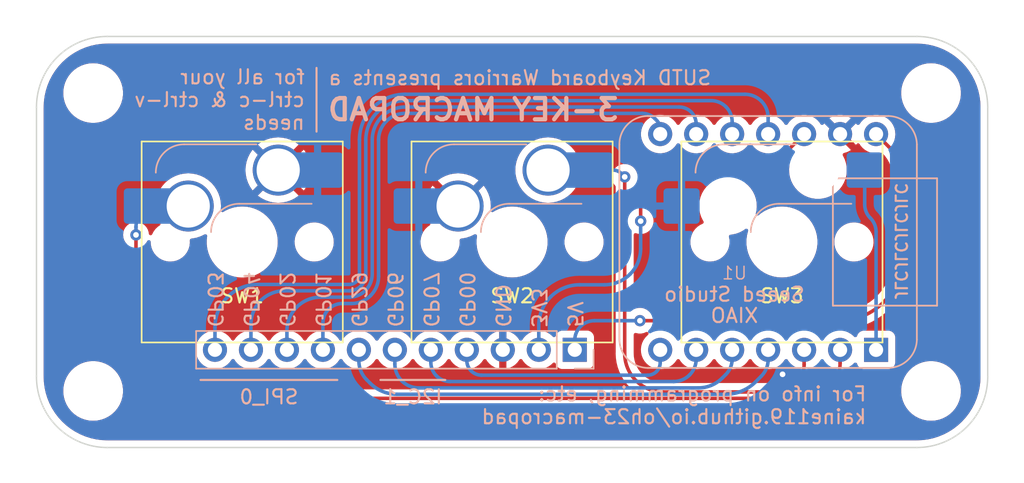
<source format=kicad_pcb>
(kicad_pcb (version 20211014) (generator pcbnew)
  (layers (0 "F.Cu" signal) (31 "B.Cu" signal) (34 "B.Paste" user) (35 "F.Paste" user) (36 "B.SilkS" user "B.Silkscreen") (37 "F.SilkS" user "F.Silkscreen") (38 "B.Mask" user) (39 "F.Mask" user) (44 "Edge.Cuts" user))
  (net 0 "")
  (net 1 "+5V")
  (net 2 "+3V3")
  (net 3 "/GP29_D03")
  (net 4 "/GP06_D04")
  (net 5 "/GP07_D05")
  (net 6 "/GP00_D06")
  (net 7 "/GP01_D07")
  (net 8 "/GP02_D08")
  (net 9 "/GP04_D09")
  (net 10 "/GP03_D10")
  (net 11 "Net-(SW2-Pad2)")
  (net 12 "Net-(SW3-Pad2)")
  (net 13 "GND")
  (net 14 "Net-(SW1-Pad1)")
  (footprint "Switch_Keyboard_Hotswap_Kailh:SW_Hotswap_Kailh_MX_1.00u" (layer "F.Cu") (at 118 92.75)
    (fp_text reference "SW3" (at 0 3.81) (layer "F.SilkS"))
    (fp_text value "SW_Push")
    (fp_line (start -0.2 -2.7) (end 4.9 -2.7) (layer "B.SilkS") (width 0.12))
    (fp_line (start -4.1 -6.9) (end 1 -6.9) (layer "B.SilkS") (width 0.12))
    (fp_arc (start -2.2 -0.7) (mid -1.614214 -2.114214) (end -0.2 -2.7) (layer "B.SilkS") (width 0.12))
    (fp_arc (start -6.1 -4.9) (mid -5.514214 -6.314214) (end -4.1 -6.9) (layer "B.SilkS") (width 0.12))
    (fp_line (start -7.1 -7.1) (end -7.1 7.1) (layer "F.SilkS") (width 0.12))
    (fp_line (start 7.1 -7.1) (end -7.1 -7.1) (layer "F.SilkS") (width 0.12))
    (fp_line (start -7.1 7.1) (end 7.1 7.1) (layer "F.SilkS") (width 0.12))
    (fp_line (start 7.1 7.1) (end 7.1 -7.1) (layer "F.SilkS") (width 0.12))
    (pad "" np_thru_hole circle locked (at -3.81 -2.54) (size 3.05 3.05) (drill 3.05) (layers *.Cu *.Mask))
    (pad "" np_thru_hole circle locked (at -5.08 0) (size 1.75 1.75) (drill 1.75) (layers *.Cu *.Mask))
    (pad "" np_thru_hole circle locked (at 2.54 -5.08) (size 3.05 3.05) (drill 3.05) (layers *.Cu *.Mask))
    (pad "" np_thru_hole circle locked (at 0 0) (size 4 4) (drill 4) (layers *.Cu *.Mask))
    (pad "" np_thru_hole circle locked (at 5.08 0) (size 1.75 1.75) (drill 1.75) (layers *.Cu *.Mask))
    (pad "1" smd roundrect locked (at -7.085 -2.54) (size 2.55 2.5) (layers "B.Cu" "B.Paste" "B.Mask") (roundrect_rratio 0.1) (net 13 "GND"))
    (pad "2" smd roundrect locked (at 5.842 -5.08) (size 2.55 2.5) (layers "B.Cu" "B.Paste" "B.Mask") (roundrect_rratio 0.1) (net 12 "Net-(SW3-Pad2)"))
  )
  (footprint "MountingHole:MountingHole_3.2mm_M3" (layer "F.Cu") (at 128.52595 103.275677)
    (fp_text reference "H2" hide)
    (fp_text value "MountingHole")
    (pad "" np_thru_hole circle (at 0 0) (size 3.2 3.2) (drill 3.2) (layers *.Cu *.Mask))
  )
  (footprint "Switch_Keyboard_Hotswap_Kailh:SW_Hotswap_Kailh_MX_plated_1.00u" (layer "F.Cu") (at 79.9 92.75)
    (fp_text reference "SW1" (at 0 3.81) (layer "F.SilkS"))
    (fp_text value "SW_Push")
    (fp_line (start -4.1 -6.9) (end 1 -6.9) (layer "B.SilkS") (width 0.12))
    (fp_line (start -0.2 -2.7) (end 4.9 -2.7) (layer "B.SilkS") (width 0.12))
    (fp_arc (start -6.1 -4.9) (mid -5.514214 -6.314214) (end -4.1 -6.9) (layer "B.SilkS") (width 0.12))
    (fp_arc (start -2.2 -0.7) (mid -1.614214 -2.114214) (end -0.2 -2.7) (layer "B.SilkS") (width 0.12))
    (fp_line (start 7.1 -7.1) (end -7.1 -7.1) (layer "F.SilkS") (width 0.12))
    (fp_line (start 7.1 7.1) (end 7.1 -7.1) (layer "F.SilkS") (width 0.12))
    (fp_line (start -7.1 -7.1) (end -7.1 7.1) (layer "F.SilkS") (width 0.12))
    (fp_line (start -7.1 7.1) (end 7.1 7.1) (layer "F.SilkS") (width 0.12))
    (pad "" np_thru_hole circle locked (at 0 0) (size 4 4) (drill 4) (layers *.Cu *.Mask))
    (pad "" np_thru_hole circle locked (at -5.08 0) (size 1.75 1.75) (drill 1.75) (layers *.Cu *.Mask))
    (pad "" np_thru_hole circle locked (at 5.08 0) (size 1.75 1.75) (drill 1.75) (layers *.Cu *.Mask))
    (pad "1" smd roundrect locked (at -6.585 -2.54) (size 3.55 2.5) (layers "B.Cu") (roundrect_rratio 0.1) (net 14 "Net-(SW1-Pad1)"))
    (pad "1" thru_hole circle locked (at -3.81 -2.54) (size 3.6 3.6) (drill 3.05) (layers *.Cu "B.Mask") (net 14 "Net-(SW1-Pad1)"))
    (pad "2" thru_hole circle locked (at 2.54 -5.08) (size 3.6 3.6) (drill 3.05) (layers *.Cu "B.Mask") (net 13 "GND"))
    (pad "2" smd roundrect locked (at 5.32 -5.08) (size 3.55 2.5) (layers "B.Cu") (roundrect_rratio 0.1) (net 13 "GND"))
  )
  (footprint "MountingHole:MountingHole_3.2mm_M3" (layer "F.Cu") (at 69.375735 103.275677)
    (fp_text reference "H4" hide)
    (fp_text value "MountingHole")
    (pad "" np_thru_hole circle (at 0 0) (size 3.2 3.2) (drill 3.2) (layers *.Cu *.Mask))
  )
  (footprint "MountingHole:MountingHole_3.2mm_M3" (layer "F.Cu") (at 69.375735 82.22567)
    (fp_text reference "H3" hide)
    (fp_text value "MountingHole")
    (pad "" np_thru_hole circle (at 0 0) (size 3.2 3.2) (drill 3.2) (layers *.Cu *.Mask))
  )
  (footprint "MountingHole:MountingHole_3.2mm_M3" (layer "F.Cu") (at 128.52595 82.22567)
    (fp_text reference "H1" hide)
    (fp_text value "MountingHole")
    (pad "" np_thru_hole circle (at 0 0) (size 3.2 3.2) (drill 3.2) (layers *.Cu *.Mask))
  )
  (footprint "Switch_Keyboard_Hotswap_Kailh:SW_Hotswap_Kailh_MX_plated_1.00u" (layer "F.Cu") (at 98.95 92.75)
    (fp_text reference "SW2" (at 0 3.81) (layer "F.SilkS"))
    (fp_text value "SW_Push")
    (fp_line (start -0.2 -2.7) (end 4.9 -2.7) (layer "B.SilkS") (width 0.12))
    (fp_line (start -4.1 -6.9) (end 1 -6.9) (layer "B.SilkS") (width 0.12))
    (fp_arc (start -6.1 -4.9) (mid -5.514214 -6.314214) (end -4.1 -6.9) (layer "B.SilkS") (width 0.12))
    (fp_arc (start -2.2 -0.7) (mid -1.614214 -2.114214) (end -0.2 -2.7) (layer "B.SilkS") (width 0.12))
    (fp_line (start -7.1 -7.1) (end -7.1 7.1) (layer "F.SilkS") (width 0.12))
    (fp_line (start 7.1 7.1) (end 7.1 -7.1) (layer "F.SilkS") (width 0.12))
    (fp_line (start 7.1 -7.1) (end -7.1 -7.1) (layer "F.SilkS") (width 0.12))
    (fp_line (start -7.1 7.1) (end 7.1 7.1) (layer "F.SilkS") (width 0.12))
    (pad "" np_thru_hole circle locked (at 5.08 0) (size 1.75 1.75) (drill 1.75) (layers *.Cu *.Mask))
    (pad "" np_thru_hole circle locked (at -5.08 0) (size 1.75 1.75) (drill 1.75) (layers *.Cu *.Mask))
    (pad "" np_thru_hole circle locked (at 0 0) (size 4 4) (drill 4) (layers *.Cu *.Mask))
    (pad "1" smd roundrect locked (at -6.585 -2.54) (size 3.55 2.5) (layers "B.Cu") (roundrect_rratio 0.1) (net 13 "GND"))
    (pad "1" thru_hole circle locked (at -3.81 -2.54) (size 3.6 3.6) (drill 3.05) (layers *.Cu "B.Mask") (net 13 "GND"))
    (pad "2" smd roundrect locked (at 5.32 -5.08) (size 3.55 2.5) (layers "B.Cu") (roundrect_rratio 0.1) (net 11 "Net-(SW2-Pad2)"))
    (pad "2" thru_hole circle locked (at 2.54 -5.08) (size 3.6 3.6) (drill 3.05) (layers *.Cu "B.Mask") (net 11 "Net-(SW2-Pad2)"))
  )
  (footprint "Seeed Studio XIAO Series Library:XIAO-Generic-Thruhole-14P-2.54-21X17.8MM" (layer "B.Cu") (at 117.02595 92.75 90)
    (fp_text reference "U1" (at -2.2 -2.38095) (layer "B.SilkS") (effects (font (size 0.889 0.889) (thickness 0.1016)) (justify mirror)))
    (fp_text value "MOUDLE-SEEEDUINO-XIAO" hide)
    (fp_text user "XIAO" (at -5.2 -2.38095 unlocked) (layer "B.SilkS") (effects (justify mirror)))
    (fp_text user "Seeed Studio" (at -3.7 -2.38095 unlocked) (layer "B.SilkS") (effects (justify mirror)))
    (fp_line (start 6.9 10.49909) (end -6.9 10.49909) (layer "B.SilkS") (width 0.127))
    (fp_line (start 4.5 4.57073) (end -4.5 4.57073) (layer "B.SilkS") (width 0.127))
    (fp_line (start 8.9 -8.5) (end 8.9 8.5) (layer "B.SilkS") (width 0.127))
    (fp_line (start -6.9 -10.5) (end 6.9 -10.5) (layer "B.SilkS") (width 0.127))
    (fp_line (start -8.9 8.5) (end -8.9 -8.5) (layer "B.SilkS") (width 0.127))
    (fp_line (start -4.5 11.92403) (end 4.5 11.92403) (layer "B.SilkS") (width 0.127))
    (fp_line (start 4.5 11.92403) (end 4.5 4.57073) (layer "B.SilkS") (width 0.127))
    (fp_line (start -4.5 4.57073) (end -4.5 11.92403) (layer "B.SilkS") (width 0.127))
    (fp_arc (start -8.9 -8.5) (mid -8.301423 -9.901423) (end -6.9 -10.5) (layer "B.SilkS") (width 0.12))
    (fp_arc (start 6.9 -10.5) (mid 8.314214 -9.914214) (end 8.9 -8.5) (layer "B.SilkS") (width 0.12))
    (fp_arc (start 8.9 8.5) (mid 8.301492 9.901492) (end 6.9 10.5) (layer "B.SilkS") (width 0.12))
    (fp_arc (start -6.9 10.5) (mid -8.301491 9.901491) (end -8.9 8.5) (layer "B.SilkS") (width 0.12))
    (fp_poly (pts (xy -8.887715 8.561705) (xy -8.884667 8.610473) (xy -8.880603 8.659494)) (layer "B.SilkS") (width 0.0254) (fill none))
    (fp_poly (pts (xy 8.889492 -8.521574) (xy 8.887713 -8.57085) (xy 8.884665 -8.619618) (xy 8.880601 -8.668639) (xy 8.875268 -8.717407) (xy 8.868664 -8.766175) (xy 8.861044 -8.81469) (xy 8.852153 -8.86295) (xy 8.842248 -8.910955)) (layer "B.SilkS") (width 0.0254) (fill none))
    (pad "1" thru_hole rect (at -7.625 7.62 90) (size 1.7 1.7) (drill 1) (layers *.Cu *.Mask) (net 12 "Net-(SW3-Pad2)"))
    (pad "2" thru_hole circle (at -7.625 5.08 90) (size 1.7 1.7) (drill 1) (layers *.Cu *.Mask) (net 14 "Net-(SW1-Pad1)"))
    (pad "3" thru_hole circle (at -7.625 2.54 90) (size 1.7 1.7) (drill 1) (layers *.Cu *.Mask) (net 11 "Net-(SW2-Pad2)"))
    (pad "4" thru_hole circle (at -7.625 0 90) (size 1.7 1.7) (drill 1) (layers *.Cu *.Mask) (net 3 "/GP29_D03"))
    (pad "5" thru_hole circle (at -7.625 -2.54 90) (size 1.7 1.7) (drill 1) (layers *.Cu *.Mask) (net 4 "/GP06_D04"))
    (pad "6" thru_hole circle (at -7.625 -5.08 270) (size 1.7 1.7) (drill 1) (layers *.Cu *.Mask) (net 5 "/GP07_D05"))
    (pad "7" thru_hole circle (at -7.625 -7.62 90) (size 1.7 1.7) (drill 1) (layers *.Cu *.Mask) (net 6 "/GP00_D06"))
    (pad "8" thru_hole circle (at 7.625 -7.62 90) (size 1.7 1.7) (drill 1) (layers *.Cu *.Mask) (net 7 "/GP01_D07"))
    (pad "9" thru_hole circle (at 7.625 -5.08 90) (size 1.7 1.7) (drill 1) (layers *.Cu *.Mask) (net 8 "/GP02_D08"))
    (pad "10" thru_hole circle (at 7.625 -2.54 90) (size 1.7 1.7) (drill 1) (layers *.Cu *.Mask) (net 9 "/GP04_D09"))
    (pad "11" thru_hole circle (at 7.625 0 90) (size 1.7 1.7) (drill 1) (layers *.Cu *.Mask) (net 10 "/GP03_D10"))
    (pad "12" thru_hole circle (at 7.625 2.54 90) (size 1.7 1.7) (drill 1) (layers *.Cu *.Mask) (net 2 "+3V3"))
    (pad "13" thru_hole circle (at 7.625 5.08 90) (size 1.7 1.7) (drill 1) (layers *.Cu *.Mask) (net 13 "GND"))
    (pad "14" thru_hole circle (at 7.625 7.62 90) (size 1.7 1.7) (drill 1) (layers *.Cu *.Mask) (net 1 "+5V"))
  )
  (footprint "Connector_PinHeader_2.54mm:PinHeader_1x11_P2.54mm_Vertical" (layer "B.Cu") (at 103.375 100.37 90)
    (fp_text reference "J1" hide)
    (fp_text value "Conn_01x11")
    (fp_line (start -1.33 1.33) (end 0 1.33) (layer "B.SilkS") (width 0.12))
    (fp_line (start -1.33 -26.73) (end 1.33 -26.73) (layer "B.SilkS") (width 0.12))
    (fp_line (start -1.33 0) (end -1.33 1.33) (layer "B.SilkS") (width 0.12))
    (fp_line (start 1.33 -1.27) (end 1.33 -26.73) (layer "B.SilkS") (width 0.12))
    (fp_line (start -1.33 -1.27) (end 1.33 -1.27) (layer "B.SilkS") (width 0.12))
    (fp_line (start -1.33 -1.27) (end -1.33 -26.73) (layer "B.SilkS") (width 0.12))
    (pad "1" thru_hole rect (at 0 0 90) (size 1.7 1.7) (drill 1) (layers *.Cu *.Mask) (net 1 "+5V"))
    (pad "2" thru_hole oval (at 0 -2.54 90) (size 1.7 1.7) (drill 1) (layers *.Cu *.Mask) (net 2 "+3V3"))
    (pad "3" thru_hole oval (at 0 -5.08 90) (size 1.7 1.7) (drill 1) (layers *.Cu *.Mask) (net 13 "GND"))
    (pad "4" thru_hole oval (at 0 -7.62 90) (size 1.7 1.7) (drill 1) (layers *.Cu *.Mask) (net 6 "/GP00_D06"))
    (pad "5" thru_hole oval (at 0 -10.16 90) (size 1.7 1.7) (drill 1) (layers *.Cu *.Mask) (net 5 "/GP07_D05"))
    (pad "6" thru_hole oval (at 0 -12.7 90) (size 1.7 1.7) (drill 1) (layers *.Cu *.Mask) (net 4 "/GP06_D04"))
    (pad "7" thru_hole oval (at 0 -15.24 90) (size 1.7 1.7) (drill 1) (layers *.Cu *.Mask) (net 3 "/GP29_D03"))
    (pad "8" thru_hole oval (at 0 -17.78 90) (size 1.7 1.7) (drill 1) (layers *.Cu *.Mask) (net 7 "/GP01_D07"))
    (pad "9" thru_hole oval (at 0 -20.32 90) (size 1.7 1.7) (drill 1) (layers *.Cu *.Mask) (net 8 "/GP02_D08"))
    (pad "10" thru_hole oval (at 0 -22.86 90) (size 1.7 1.7) (drill 1) (layers *.Cu *.Mask) (net 9 "/GP04_D09"))
    (pad "11" thru_hole oval (at 0 -25.4 90) (size 1.7 1.7) (drill 1) (layers *.Cu *.Mask) (net 10 "/GP03_D10"))
  )
  (gr_line (start 94.231 102.5) (end 89.659 102.5) (layer "B.SilkS") (width 0.15))
  (gr_line (start 85.145 80.45) (end 85.145 84.95) (layer "B.SilkS") (width 0.15))
  (gr_line (start 86.611 102.5) (end 76.959 102.5) (layer "B.SilkS") (width 0.15))
  (gr_arc (start 132.525 102.275) (mid 131.060534 105.810534) (end 127.525 107.275) (layer "Edge.Cuts") (width 0.1))
  (gr_line (start 132.525 83.225) (end 132.525 102.275) (layer "Edge.Cuts") (width 0.1))
  (gr_line (start 65.37525 102.225002) (end 65.375 83.225) (layer "Edge.Cuts") (width 0.1))
  (gr_arc (start 70.375 107.275) (mid 66.821833 105.792813) (end 65.37525 102.225002) (layer "Edge.Cuts") (width 0.1))
  (gr_arc (start 127.525 78.225) (mid 131.060534 79.689466) (end 132.525 83.225) (layer "Edge.Cuts") (width 0.1))
  (gr_arc (start 65.375 83.225) (mid 66.839466 79.689466) (end 70.375 78.225) (layer "Edge.Cuts") (width 0.1))
  (gr_line (start 70.375 78.225) (end 127.525 78.225) (layer "Edge.Cuts") (width 0.1))
  (gr_line (start 127.525 107.275) (end 70.375 107.275) (layer "Edge.Cuts") (width 0.1))
  (gr_text "GP02" (at 83.055 98.87 270) (layer "B.SilkS") (effects (font (size 1 1)) (justify left mirror)))
  (gr_text "for all your \nctrl-c & ctrl-v\nneeds" (at 84.395 82.7) (layer "B.SilkS") (effects (font (size 1 1)) (justify left mirror)))
  (gr_text "GP06" (at 90.675 98.87 270) (layer "B.SilkS") (effects (font (size 1 1)) (justify left mirror)))
  (gr_text "GP00" (at 95.755 98.87 270) (layer "B.SilkS") (effects (font (size 1 1)) (justify left mirror)))
  (gr_text "JLCJLCJLCJLC" (at 126.395 92.7 -90) (layer "B.SilkS") (effects (font (size 0.8 0.8)) (justify mirror)))
  (gr_text "SPI_0" (at 81.785 103.7) (layer "B.SilkS") (effects (font (size 1 1)) (justify mirror)))
  (gr_text "5V" (at 103.375 98.87 270) (layer "B.SilkS") (effects (font (size 1 1)) (justify left mirror)))
  (gr_text "GP03" (at 77.975 98.87 270) (layer "B.SilkS") (effects (font (size 1 1)) (justify left mirror)))
  (gr_text "GP01" (at 85.595 98.87 270) (layer "B.SilkS") (effects (font (size 1 1)) (justify left mirror)))
  (gr_text "GP07" (at 93.215 98.87 270) (layer "B.SilkS") (effects (font (size 1 1)) (justify left mirror)))
  (gr_text "GP04" (at 80.515 98.87 270) (layer "B.SilkS") (effects (font (size 1 1)) (justify left mirror)))
  (gr_text "I2C_1" (at 91.945 103.7) (layer "B.SilkS") (effects (font (size 1 1)) (justify mirror)))
  (gr_text "3V3" (at 100.835 98.87 270) (layer "B.SilkS") (effects (font (size 1 1)) (justify left mirror)))
  (gr_text "GND" (at 98.295 98.87 270) (layer "B.SilkS") (effects (font (size 1 1)) (justify left mirror)))
  (gr_text "For info on programming, etc: \nkaine119.github.io/oh23-macropad" (at 124.045 104.3) (layer "B.SilkS") (effects (font (size 1 1)) (justify left mirror)))
  (gr_text "3-KEY MACROPAD" (at 85.795 83.4) (layer "B.SilkS") (effects (font (size 1.5 1.5) (thickness 0.3)) (justify right mirror)))
  (gr_text "SUTD Keyboard Warriors presents a" (at 85.895 81.15) (layer "B.SilkS") (effects (font (size 1 1)) (justify right mirror)))
  (gr_text "GP29" (at 88.135 98.87 270) (layer "B.SilkS") (effects (font (size 1 1)) (justify left mirror)))
  (segment (start 125.54845 86.0275) (end 124.64595 85.125) (width 0.25) (layer "F.Cu") (net 1))
  (segment (start 126.45095 93.89677) (end 126.45095 88.206327) (width 0.25) (layer "F.Cu") (net 1))
  (segment (start 107.975 98.312142) (end 122.035578 98.312142) (width 0.25) (layer "F.Cu") (net 1))
  (via (at 107.975 98.312142) (size 0.8) (drill 0.4) (layers "F.Cu" "B.Cu") (net 1))
  (arc (start 126.45095 93.89677) (mid 126.114849 95.586459) (end 125.157717 97.018909) (width 0.25) (layer "F.Cu") (net 1))
  (arc (start 125.157717 97.018909) (mid 123.725267 97.976041) (end 122.035578 98.312142) (width 0.25) (layer "F.Cu") (net 1))
  (arc (start 126.45095 88.206327) (mid 126.216397 87.027154) (end 125.54845 86.0275) (width 0.25) (layer "F.Cu") (net 1))
  (segment (start 107.975 98.312142) (end 104.762635 98.312142) (width 0.25) (layer "B.Cu") (net 1))
  (segment (start 103.375 99.699777) (end 103.375 100.37) (width 0.25) (layer "B.Cu") (net 1))
  (arc (start 103.781429 98.718571) (mid 103.480627 99.168752) (end 103.375 99.699777) (width 0.25) (layer "B.Cu") (net 1))
  (arc (start 103.781429 98.718571) (mid 104.23161 98.417769) (end 104.762635 98.312142) (width 0.25) (layer "B.Cu") (net 1))
  (segment (start 118.240611 86.450338) (end 119.56595 85.125) (width 0.25) (layer "F.Cu") (net 2))
  (segment (start 109.733056 87.775677) (end 115.040961 87.775677) (width 0.25) (layer "F.Cu") (net 2))
  (segment (start 108.02595 89.482783) (end 108.02595 91.275677) (width 0.25) (layer "F.Cu") (net 2))
  (via (at 108.02595 91.275677) (size 0.8) (drill 0.4) (layers "F.Cu" "B.Cu") (net 2))
  (arc (start 108.52595 88.275677) (mid 108.155895 88.829502) (end 108.02595 89.482783) (width 0.25) (layer "F.Cu") (net 2))
  (arc (start 108.52595 88.275677) (mid 109.079775 87.905622) (end 109.733056 87.775677) (width 0.25) (layer "F.Cu") (net 2))
  (arc (start 118.240611 86.450338) (mid 116.772599 87.431232) (end 115.040961 87.775677) (width 0.25) (layer "F.Cu") (net 2))
  (segment (start 108.02595 91.275677) (end 108.02595 93.215016) (width 0.25) (layer "B.Cu") (net 2))
  (segment (start 100.835 98.662309) (end 100.835 100.37) (width 0.25) (layer "B.Cu") (net 2))
  (segment (start 103.721632 95.775677) (end 105.465289 95.775677) (width 0.25) (layer "B.Cu") (net 2))
  (arc (start 107.27595 95.025677) (mid 107.831031 94.194938) (end 108.02595 93.215016) (width 0.25) (layer "B.Cu") (net 2))
  (arc (start 103.721632 95.775677) (mid 102.616965 95.995408) (end 101.680475 96.621152) (width 0.25) (layer "B.Cu") (net 2))
  (arc (start 100.835 98.662309) (mid 101.054731 97.557642) (end 101.680475 96.621152) (width 0.25) (layer "B.Cu") (net 2))
  (arc (start 107.27595 95.025677) (mid 106.445211 95.580758) (end 105.465289 95.775677) (width 0.25) (layer "B.Cu") (net 2))
  (segment (start 88.135 101.1525) (end 88.135 100.37) (width 0.25) (layer "B.Cu") (net 3))
  (segment (start 88.923571 102.723571) (end 88.688311 102.488311) (width 0.25) (layer "B.Cu") (net 3))
  (segment (start 117.02595 101.061803) (end 117.02595 100.375) (width 0.25) (layer "B.Cu") (net 3))
  (segment (start 90.827349 103.512142) (end 114.015407 103.512142) (width 0.25) (layer "B.Cu") (net 3))
  (segment (start 116.540306 102.23425) (end 116.144182 102.630374) (width 0.25) (layer "B.Cu") (net 3))
  (arc (start 90.827349 103.512142) (mid 89.797031 103.307199) (end 88.923571 102.723571) (width 0.25) (layer "B.Cu") (net 3))
  (arc (start 116.144182 102.630374) (mid 115.167491 103.282977) (end 114.015407 103.512142) (width 0.25) (layer "B.Cu") (net 3))
  (arc (start 88.135 101.1525) (mid 88.2788 101.875435) (end 88.688311 102.488311) (width 0.25) (layer "B.Cu") (net 3))
  (arc (start 116.540306 102.23425) (mid 116.899735 101.696326) (end 117.02595 101.061803) (width 0.25) (layer "B.Cu") (net 3))
  (segment (start 114.48595 101.020338) (end 114.48595 100.375) (width 0.25) (layer "B.Cu") (net 4))
  (segment (start 113.787717 102.363909) (end 114.029626 102.121999) (width 0.25) (layer "B.Cu") (net 4))
  (segment (start 90.675 101.376985) (end 90.675 100.37) (width 0.25) (layer "B.Cu") (net 4))
  (segment (start 92.360156 103.062142) (end 112.102035 103.062142) (width 0.25) (layer "B.Cu") (net 4))
  (arc (start 113.787717 102.363909) (mid 113.014319 102.880677) (end 112.102035 103.062142) (width 0.25) (layer "B.Cu") (net 4))
  (arc (start 91.168571 102.568571) (mid 91.715275 102.933867) (end 92.360156 103.062142) (width 0.25) (layer "B.Cu") (net 4))
  (arc (start 114.48595 101.020338) (mid 114.367355 101.616553) (end 114.029626 102.121999) (width 0.25) (layer "B.Cu") (net 4))
  (arc (start 91.168571 102.568571) (mid 90.803274 102.021866) (end 90.675 101.376985) (width 0.25) (layer "B.Cu") (net 4))
  (segment (start 111.94595 101.026803) (end 111.94595 100.375) (width 0.25) (layer "B.Cu") (net 5))
  (segment (start 111.485055 102.139501) (end 111.479182 102.145374) (width 0.25) (layer "B.Cu") (net 5))
  (segment (start 110.352306 102.612142) (end 94.575806 102.612142) (width 0.25) (layer "B.Cu") (net 5))
  (segment (start 93.215 101.251335) (end 93.215 100.37) (width 0.25) (layer "B.Cu") (net 5))
  (arc (start 93.613571 102.213571) (mid 93.318585 101.772093) (end 93.215 101.251335) (width 0.25) (layer "B.Cu") (net 5))
  (arc (start 111.479182 102.145374) (mid 110.962167 102.490832) (end 110.352306 102.612142) (width 0.25) (layer "B.Cu") (net 5))
  (arc (start 111.485055 102.139501) (mid 111.826167 101.628991) (end 111.94595 101.026803) (width 0.25) (layer "B.Cu") (net 5))
  (arc (start 93.613571 102.213571) (mid 94.055048 102.508556) (end 94.575806 102.612142) (width 0.25) (layer "B.Cu") (net 5))
  (segment (start 109.40595 101.276947) (end 109.40595 100.375) (width 0.25) (layer "B.Cu") (net 6))
  (segment (start 95.755 101.125685) (end 95.755 100.37) (width 0.25) (layer "B.Cu") (net 6))
  (segment (start 96.791456 102.162142) (end 108.520755 102.162142) (width 0.25) (layer "B.Cu") (net 6))
  (arc (start 109.146682 101.902874) (mid 108.859504 102.09476) (end 108.520755 102.162142) (width 0.25) (layer "B.Cu") (net 6))
  (arc (start 96.058571 101.858571) (mid 96.394821 102.083246) (end 96.791456 102.162142) (width 0.25) (layer "B.Cu") (net 6))
  (arc (start 109.146682 101.902874) (mid 109.338568 101.615696) (end 109.40595 101.276947) (width 0.25) (layer "B.Cu") (net 6))
  (arc (start 96.058571 101.858571) (mid 95.833895 101.52232) (end 95.755 101.125685) (width 0.25) (layer "B.Cu") (net 6))
  (segment (start 87.604504 97.1) (end 86.96922 97.1) (width 0.25) (layer "B.Cu") (net 7))
  (segment (start 85.595 98.47422) (end 85.595 100.37) (width 0.25) (layer "B.Cu") (net 7))
  (segment (start 109.40595 84.765338) (end 109.40595 85.125) (width 0.25) (layer "B.Cu") (net 7))
  (segment (start 108.136656 83.662142) (end 91.402817 83.662142) (width 0.25) (layer "B.Cu") (net 7))
  (segment (start 109.034182 84.033909) (end 109.15163 84.151357) (width 0.25) (layer "B.Cu") (net 7))
  (segment (start 89.525 95.179504) (end 89.525 85.539959) (width 0.25) (layer "B.Cu") (net 7))
  (arc (start 87.604504 97.1) (mid 88.339446 96.953811) (end 88.9625 96.5375) (width 0.25) (layer "B.Cu") (net 7))
  (arc (start 90.075 84.212142) (mid 90.684207 83.805082) (end 91.402817 83.662142) (width 0.25) (layer "B.Cu") (net 7))
  (arc (start 85.595 98.47422) (mid 85.699606 97.948329) (end 85.9975 97.5025) (width 0.25) (layer "B.Cu") (net 7))
  (arc (start 109.40595 84.765338) (mid 109.339854 84.433054) (end 109.15163 84.151357) (width 0.25) (layer "B.Cu") (net 7))
  (arc (start 109.034182 84.033909) (mid 108.622393 83.758761) (end 108.136656 83.662142) (width 0.25) (layer "B.Cu") (net 7))
  (arc (start 90.075 84.212142) (mid 89.66794 84.821349) (end 89.525 85.539959) (width 0.25) (layer "B.Cu") (net 7))
  (arc (start 86.96922 97.1) (mid 86.443329 97.204606) (end 85.9975 97.5025) (width 0.25) (layer "B.Cu") (net 7))
  (arc (start 89.525 95.179504) (mid 89.378811 95.914446) (end 88.9625 96.5375) (width 0.25) (layer "B.Cu") (net 7))
  (segment (start 111.94595 84.418153) (end 111.94595 85.125) (width 0.25) (layer "B.Cu") (net 8))
  (segment (start 110.739938 83.212142) (end 91.402817 83.212142) (width 0.25) (layer "B.Cu") (net 8))
  (segment (start 87.449479 96.65) (end 85.436413 96.65) (width 0.25) (layer "B.Cu") (net 8))
  (segment (start 89.075 85.539959) (end 89.075 95.024479) (width 0.25) (layer "B.Cu") (net 8))
  (segment (start 83.055 99.031413) (end 83.055 100.37) (width 0.25) (layer "B.Cu") (net 8))
  (arc (start 111.592717 83.565374) (mid 111.201458 83.303944) (end 110.739938 83.212142) (width 0.25) (layer "B.Cu") (net 8))
  (arc (start 88.598896 96.173896) (mid 88.951264 95.646539) (end 89.075 95.024479) (width 0.25) (layer "B.Cu") (net 8))
  (arc (start 89.075 85.539959) (mid 89.252194 84.649142) (end 89.756802 83.893944) (width 0.25) (layer "B.Cu") (net 8))
  (arc (start 88.598896 96.173896) (mid 88.071539 96.526264) (end 87.449479 96.65) (width 0.25) (layer "B.Cu") (net 8))
  (arc (start 91.402817 83.212142) (mid 90.512 83.389336) (end 89.756802 83.893944) (width 0.25) (layer "B.Cu") (net 8))
  (arc (start 85.436413 96.65) (mid 84.525086 96.831274) (end 83.7525 97.3475) (width 0.25) (layer "B.Cu") (net 8))
  (arc (start 111.592717 83.565374) (mid 111.854147 83.956632) (end 111.94595 84.418153) (width 0.25) (layer "B.Cu") (net 8))
  (arc (start 83.055 99.031413) (mid 83.236274 98.120086) (end 83.7525 97.3475) (width 0.25) (layer "B.Cu") (net 8))
  (segment (start 114.48595 84.253359) (end 114.48595 85.125) (width 0.25) (layer "B.Cu") (net 9))
  (segment (start 87.449479 96.2) (end 82.879342 96.2) (width 0.25) (layer "B.Cu") (net 9))
  (segment (start 112.994732 82.762142) (end 91.402817 82.762142) (width 0.25) (layer "B.Cu") (net 9))
  (segment (start 88.625 95.024479) (end 88.625 85.539959) (width 0.25) (layer "B.Cu") (net 9))
  (segment (start 80.515 98.564342) (end 80.515 100.37) (width 0.25) (layer "B.Cu") (net 9))
  (arc (start 114.049182 83.198909) (mid 114.372437 83.682695) (end 114.48595 84.253359) (width 0.25) (layer "B.Cu") (net 9))
  (arc (start 89.438604 83.575746) (mid 90.339792 82.97359) (end 91.402817 82.762142) (width 0.25) (layer "B.Cu") (net 9))
  (arc (start 112.994732 82.762142) (mid 113.565396 82.875654) (end 114.049182 83.198909) (width 0.25) (layer "B.Cu") (net 9))
  (arc (start 89.438604 83.575746) (mid 88.836448 84.476934) (end 88.625 85.539959) (width 0.25) (layer "B.Cu") (net 9))
  (arc (start 81.2075 96.8925) (mid 81.974547 96.379974) (end 82.879342 96.2) (width 0.25) (layer "B.Cu") (net 9))
  (arc (start 87.449479 96.2) (mid 87.899331 96.110518) (end 88.280698 95.855698) (width 0.25) (layer "B.Cu") (net 9))
  (arc (start 81.2075 96.8925) (mid 80.694974 97.659547) (end 80.515 98.564342) (width 0.25) (layer "B.Cu") (net 9))
  (arc (start 88.625 95.024479) (mid 88.535518 95.474331) (end 88.280698 95.855698) (width 0.25) (layer "B.Cu") (net 9))
  (segment (start 88.175 85.539959) (end 88.175 95.024479) (width 0.25) (layer "B.Cu") (net 10))
  (segment (start 77.975 98.780114) (end 77.975 100.37) (width 0.25) (layer "B.Cu") (net 10))
  (segment (start 115.381092 82.312142) (end 93.175 82.312142) (width 0.25) (layer "B.Cu") (net 10))
  (segment (start 117.02595 83.956999) (end 117.02595 85.125) (width 0.25) (layer "B.Cu") (net 10))
  (segment (start 81.005114 95.75) (end 87.449479 95.75) (width 0.25) (layer "B.Cu") (net 10))
  (segment (start 91.402817 82.312142) (end 93.775 82.312142) (width 0.25) (layer "B.Cu") (net 10))
  (arc (start 117.02595 83.956999) (mid 116.900742 83.327539) (end 116.544182 82.793909) (width 0.25) (layer "B.Cu") (net 10))
  (arc (start 116.544182 82.793909) (mid 116.010552 82.437349) (end 115.381092 82.312142) (width 0.25) (layer "B.Cu") (net 10))
  (arc (start 81.005114 95.75) (mid 79.845539 95.980653) (end 78.8625 96.6375) (width 0.25) (layer "B.Cu") (net 10))
  (arc (start 91.402817 82.312142) (mid 90.167585 82.557845) (end 89.120406 83.257548) (width 0.25) (layer "B.Cu") (net 10))
  (arc (start 89.120406 83.257548) (mid 88.420703 84.304727) (end 88.175 85.539959) (width 0.25) (layer "B.Cu") (net 10))
  (arc (start 88.175 95.024479) (mid 88.119773 95.302124) (end 87.9625 95.5375) (width 0.25) (layer "B.Cu") (net 10))
  (arc (start 77.975 98.780114) (mid 78.205653 97.620539) (end 78.8625 96.6375) (width 0.25) (layer "B.Cu") (net 10))
  (arc (start 87.449479 95.75) (mid 87.727124 95.694773) (end 87.9625 95.5375) (width 0.25) (layer "B.Cu") (net 10))
  (segment (start 106.9 88.15) (end 106.9 100.618629) (width 0.25) (layer "F.Cu") (net 11))
  (segment (start 119.56595 101.405053) (end 119.56595 100.375) (width 0.25) (layer "F.Cu") (net 11))
  (segment (start 117.621003 103.35) (end 109.63137 103.35) (width 0.25) (layer "F.Cu") (net 11))
  (via (at 106.9 88.15) (size 0.8) (drill 0.4) (layers "F.Cu" "B.Cu") (net 11))
  (arc (start 117.621003 103.35) (mid 118.365302 103.201949) (end 118.996288 102.780338) (width 0.25) (layer "F.Cu") (net 11))
  (arc (start 109.63137 103.35) (mid 108.58612 103.142086) (end 107.7 102.55) (width 0.25) (layer "F.Cu") (net 11))
  (arc (start 118.996288 102.780338) (mid 119.417899 102.149352) (end 119.56595 101.405053) (width 0.25) (layer "F.Cu") (net 11))
  (arc (start 107.7 102.55) (mid 107.107913 101.663879) (end 106.9 100.618629) (width 0.25) (layer "F.Cu") (net 11))
  (segment (start 106.66 87.91) (end 106.9 88.15) (width 0.25) (layer "B.Cu") (net 11))
  (segment (start 106.080588 87.67) (end 104.27 87.67) (width 0.25) (layer "B.Cu") (net 11))
  (arc (start 106.66 87.91) (mid 106.394163 87.732373) (end 106.080588 87.67) (width 0.25) (layer "B.Cu") (net 11))
  (segment (start 124.64595 92.033663) (end 124.64595 100.375) (width 0.25) (layer "B.Cu") (net 12))
  (segment (start 123.842 90.092756) (end 123.842 87.67) (width 0.25) (layer "B.Cu") (net 12))
  (arc (start 124.243975 91.06321) (mid 124.54148 91.508457) (end 124.64595 92.033663) (width 0.25) (layer "B.Cu") (net 12))
  (arc (start 123.842 90.092756) (mid 123.946469 90.617962) (end 124.243975 91.06321) (width 0.25) (layer "B.Cu") (net 12))
  (via (at 118.045 102.1) (size 0.8) (drill 0.4) (layers "F.Cu" "B.Cu") (net 13))
  (segment (start 121.328788 103.022838) (end 121.444565 102.90706) (width 0.25) (layer "F.Cu") (net 14))
  (segment (start 72.4 92.25) (end 72.4 97.728269) (width 0.25) (layer "F.Cu") (net 14))
  (segment (start 74.623974 102.206207) (end 73.993792 101.576025) (width 0.25) (layer "F.Cu") (net 14))
  (segment (start 122.10595 101.310338) (end 122.10595 100.375) (width 0.25) (layer "F.Cu") (net 14))
  (segment (start 78.47173 103.8) (end 119.452554 103.8) (width 0.25) (layer "F.Cu") (net 14))
  (via (at 72.4 92.25) (size 0.8) (drill 0.4) (layers "F.Cu" "B.Cu") (net 14))
  (arc (start 78.47173 103.8) (mid 76.389339 103.385786) (end 74.623974 102.206207) (width 0.25) (layer "F.Cu") (net 14))
  (arc (start 121.444565 102.90706) (mid 121.934061 102.174478) (end 122.10595 101.310338) (width 0.25) (layer "F.Cu") (net 14))
  (arc (start 72.4 97.728269) (mid 72.814213 99.810659) (end 73.993792 101.576025) (width 0.25) (layer "F.Cu") (net 14))
  (arc (start 121.328788 103.022838) (mid 120.467964 103.598022) (end 119.452554 103.8) (width 0.25) (layer "F.Cu") (net 14))
  (segment (start 72.4 91.6875) (end 72.4 92.25) (width 0.25) (layer "B.Cu") (net 14))
  (segment (start 72.797747 90.727252) (end 73.315 90.21) (width 0.25) (layer "B.Cu") (net 14))
  (arc (start 72.797747 90.727252) (mid 72.503371 91.167817) (end 72.4 91.6875) (width 0.25) (layer "B.Cu") (net 14))
  (zone (net 13) (net_name "GND") (layers F&B.Cu) (connect_pads (clearance 0.508)) (min_thickness 0.254) (fill yes (thermal_gap 0.508) (thermal_bridge_width 0.508))
    (polygon (pts (xy 135.025 109.775) (xy 62.875 109.775) (xy 62.875 75.725) (xy 135.025 75.725)))
  )
)
</source>
